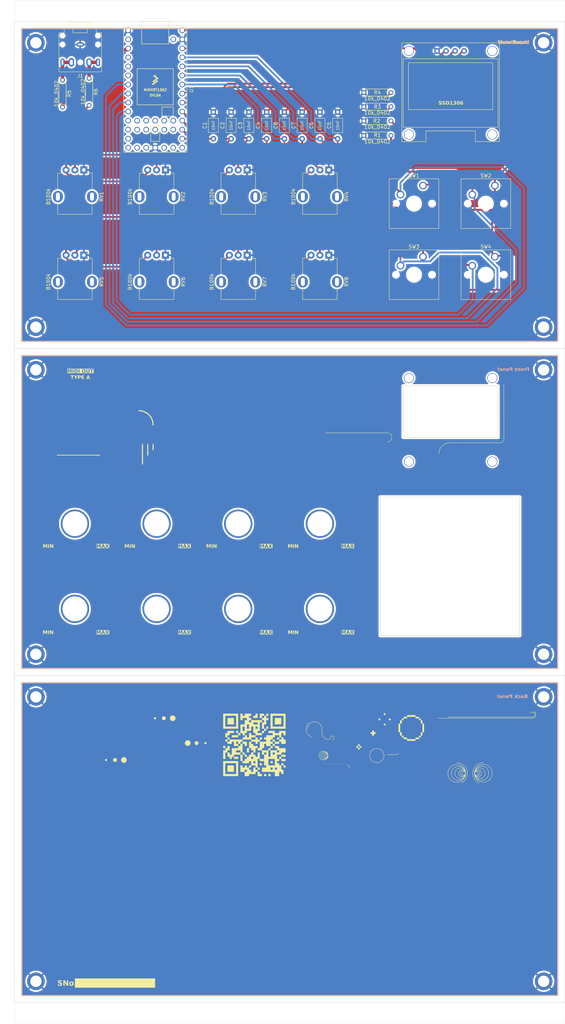
<source format=kicad_pcb>
(kicad_pcb (version 20241229) (generator "pcbnew") (generator_version "9.0")
  (layers (0 "F.Cu" signal) (2 "B.Cu" signal) (13 "F.Paste" user) (15 "B.Paste" user) (5 "F.SilkS" user "F.Silkscreen") (7 "B.SilkS" user "B.Silkscreen") (1 "F.Mask" user) (3 "B.Mask" user) (25 "Edge.Cuts" user))
  (net 0 "")
  (net 1 "A0")
  (net 2 "GND")
  (net 3 "A1")
  (net 4 "A2")
  (net 5 "A3")
  (net 6 "A9")
  (net 7 "A8")
  (net 8 "A7")
  (net 9 "A6")
  (net 10 "D5")
  (net 11 "D6")
  (net 12 "D7")
  (net 13 "D8")
  (net 14 "Vcc")
  (net 15 "3V3")
  (net 16 "SCL0")
  (net 17 "SDA0")
  (net 42 "Net-(J1-PadT)")
  (net 43 "Net-(J1-PadR)")
  (net 44 "TX0")
  (footprint "PCM_4ms_Resistor:R_Axial_DIN0207_L6.3mm_D2.5mm_P7.62mm_Horizontal" (layer "F.Cu") (at 122.17 44 180)
    (property "Reference" "R3")
    (property "Value" "10k_0402")
  )
  (footprint "SimpleSynthPanel:Panel Knob 2P" (layer "F.Cu") (at 82.98 161.2842)
    (property "Reference" "REF**" (hide yes))
    (property "Value" "Panel Knob 2P")
  )
  (footprint "SimpleSynthPanel:Panel Knob 2P" (layer "F.Cu") (at 105.9827 161.2842)
    (property "Reference" "REF**" (hide yes))
    (property "Value" "Panel Knob 2P")
  )
  (footprint "PCM_4ms_Resistor:R_Axial_DIN0207_L6.3mm_D2.5mm_P7.62mm_Horizontal" (layer "F.Cu") (at 33.48 40.31 90)
    (property "Reference" "R5")
    (property "Value" "10k_0402")
  )
  (footprint "" (layer "F.Cu") (at 169 210 180)
    (property "Reference" "")
    (property "Value" "")
  )
  (footprint "DIYSynthMNL:Potentiometer_RV09_BigPads" (layer "F.Cu") (at 62.4827 85.7442 -90)
    (property "Reference" "RV6")
    (property "Value" "B100k")
  )
  (footprint "MC8P_BITMAP_FOOTPRINTS:MC8P_PXLART_SPACE_FMASK_45X40" (layer "F.Cu") (at 122.032208 229.066116)
    (property "Reference" "G***" (hide yes))
    (property "Value" "LOGO" (hide yes))
  )
  (footprint "SimpleSynthPanel:Panel Knob 2P" (layer "F.Cu") (at 82.9827 185.2442)
    (property "Reference" "REF**" (hide yes))
    (property "Value" "Panel Knob 2P")
  )
  (footprint "DIYSynthMNL:Potentiometer_RV09_BigPads" (layer "F.Cu") (at 85.4827 61.7842 -90)
    (property "Reference" "RV3")
    (property "Value" "B100k")
  )
  (footprint "DIYSynthMNL:MountingHole_M3_Standoff" (layer "F.Cu") (at 168.98 106)
    (property "Reference" "REF**")
    (property "Value" "MountingHole_M3_Standoff" (hide yes))
  )
  (footprint "DIYSynthMNL:Potentiometer_RV09_BigPads" (layer "F.Cu") (at 85.4827 85.7442 -90)
    (property "Reference" "RV7")
    (property "Value" "B100k")
  )
  (footprint "Capacitor_THT:C_Axial_L3.8mm_D2.6mm_P7.50mm_Horizontal" (layer "F.Cu") (at 80.98 53 90)
    (property "Reference" "C2")
    (property "Value" "C_Generic")
  )
  (footprint "" (layer "F.Cu") (at 169 290 180)
    (property "Reference" "")
    (property "Value" "")
  )
  (footprint "" (layer "F.Cu") (at 26 210 180)
    (property "Reference" "")
    (property "Value" "")
  )
  (footprint "AXS_LOGO_KICAD:AXS_LOGO_FMASK_20X20" (layer "F.Cu") (at 78.5 136.5)
    (property "Reference" "G***" (hide yes))
    (property "Value" "LOGO" (hide yes))
  )
  (footprint "Capacitor_THT:C_Axial_L3.8mm_D2.6mm_P7.50mm_Horizontal" (layer "F.Cu") (at 110.98 53 90)
    (property "Reference" "C5")
    (property "Value" "C_Generic")
  )
  (footprint "DIYSynthMNL:Potentiometer_RV09_BigPads" (layer "F.Cu") (at 108.4827 85.7442 -90)
    (property "Reference" "RV8")
    (property "Value" "B100k")
  )
  (footprint "PCM_4ms_Resistor:R_Axial_DIN0207_L6.3mm_D2.5mm_P7.62mm_Horizontal" (layer "F.Cu") (at 122.17 48 180)
    (property "Reference" "R2")
    (property "Value" "10k_0402")
  )
  (footprint "DIYSynthMNL:Potentiometer_RV09_BigPads" (layer "F.Cu") (at 39.4827 85.7442 -90)
    (property "Reference" "RV5")
    (property "Value" "B100k")
  )
  (footprint "MC8P_BITMAP_FOOTPRINTS:MC8P_PXLART_SPACE_FMASK_45X40" (layer "F.Cu") (at 122.032208 229.066116)
    (property "Reference" "G***" (hide yes))
    (property "Value" "LOGO" (hide yes))
  )
  (footprint "DIYSynthMNL:Potentiometer_RV09_BigPads" (layer "F.Cu") (at 39.4827 61.7842 -90)
    (property "Reference" "RV1")
    (property "Value" "B100k")
  )
  (footprint "PCM_4ms_Resistor:R_Axial_DIN0207_L6.3mm_D2.5mm_P7.62mm_Horizontal" (layer "F.Cu") (at 40.98 39.81 90)
    (property "Reference" "R6")
    (property "Value" "10k_0402")
  )
  (footprint "MC8P_BITMAP_FOOTPRINTS:MC8P_MANUAL_QR_SLKSCR_20X20" (layer "F.Cu") (at 87.52 223.5)
    (property "Reference" "G***" (hide yes))
    (property "Value" "LOGO" (hide yes))
  )
  (footprint "Capacitor_THT:C_Axial_L3.8mm_D2.6mm_P7.50mm_Horizontal" (layer "F.Cu") (at 95.98 53 90)
    (property "Reference" "C8")
    (property "Value" "C_Generic")
  )
  (footprint "Capacitor_THT:C_Axial_L3.8mm_D2.6mm_P7.50mm_Horizontal" (layer "F.Cu") (at 90.98 53 90)
    (property "Reference" "C4")
    (property "Value" "C_Generic")
  )
  (footprint "" (layer "F.Cu") (at 168.98 198)
    (property "Reference" "")
    (property "Value" "")
  )
  (footprint "MC8P_BITMAP_FOOTPRINTS:MC8P_PXLART_SPACE_FMASK_45X40" (layer "F.Cu") (at 112.52 224.75)
    (property "Reference" "G***" (hide yes))
    (property "Value" "LOGO" (hide yes))
  )
  (footprint "teensy:Teensy40" (layer "F.Cu") (at 59.6 39.01 -90)
    (property "Reference" "U1")
    (property "Value" "Teensy4.0")
  )
  (footprint "DIYSynthMNL:MountingHole_M3_Standoff" (layer "F.Cu") (at 168.98 26)
    (property "Reference" "REF**")
    (property "Value" "MountingHole_M3_Standoff" (hide yes))
  )
  (footprint "SimpleSynthPanel:Panel Knob 2P" (layer "F.Cu") (at 59.9827 185.2442)
    (property "Reference" "REF**" (hide yes))
    (property "Value" "Panel Knob 2P")
  )
  (footprint "Button_Switch_Keyboard:SW_Cherry_MX_1.00u_PCB" (layer "F.Cu") (at 155.25 86.17)
    (property "Reference" "SW4")
    (property "Value" "NEXT")
  )
  (footprint "AXS_LOGO_KICAD:AXS_LOGO_FMASK_43X43" (layer "F.Cu") (at 97.5 262)
    (property "Reference" "G***" (hide yes))
    (property "Value" "LOGO" (hide yes))
  )
  (footprint "" (layer "F.Cu") (at 26 290 180)
    (property "Reference" "")
    (property "Value" "")
  )
  (footprint "Capacitor_THT:C_Axial_L3.8mm_D2.6mm_P7.50mm_Horizontal" (layer "F.Cu") (at 105.98 53 90)
    (property "Reference" "C6")
    (property "Value" "C_Generic")
  )
  (footprint "" (layer "F.Cu") (at 25.98 198)
    (property "Reference" "")
    (property "Value" "")
  )
  (footprint "audioConnectors_Edit:Jack_3.5mm_CUI_SJ1-3525N_Horizontal_edit" (layer "F.Cu") (at 38.48 26.5 180)
    (property "Reference" "J1")
    (property "Value" "MIDI OUT")
  )
  (footprint "Capacitor_THT:C_Axial_L3.8mm_D2.6mm_P7.50mm_Horizontal" (layer "F.Cu") (at 85.98 53 90)
    (property "Reference" "C3")
    (property "Value" "C_Generic")
  )
  (footprint "SimpleSynthPanel:Panel Knob 2P" (layer "F.Cu") (at 59.98 161.2842)
    (property "Reference" "REF**" (hide yes))
    (property "Value" "Panel Knob 2P")
  )
  (footprint "" (layer "F.Cu") (at 25.98 106)
    (property "Reference" "")
    (property "Value" "")
  )
  (footprint "Button_Switch_Keyboard:SW_Cherry_MX_1.00u_PCB" (layer "F.Cu") (at 135.02 86.17)
    (property "Reference" "SW3")
    (property "Value" "PREV")
  )
  (footprint "" (layer "F.Cu") (at 168.98 118)
    (property "Reference" "")
    (property "Value" "")
  )
  (footprint "Button_Switch_Keyboard:SW_Cherry_MX_1.00u_PCB" (layer "F.Cu") (at 155.25 66.17)
    (property "Reference" "SW2")
    (property "Value" "ENTER")
  )
  (footprint "SimpleSynthPanel:Panel Knob 2P" (layer "F.Cu") (at 36.9827 185.2442)
    (property "Reference" "REF**" (hide yes))
    (property "Value" "Panel Knob 2P")
  )
  (footprint "DIYSynthMNL:Potentiometer_RV09_BigPads" (layer "F.Cu") (at 62.4827 61.7842 -90)
    (property "Reference" "RV2")
    (property "Value" "B100k")
  )
  (footprint "SimpleSynthPanel:Panel Knob 2P" (layer "F.Cu") (at 36.9827 161.2842)
    (property "Reference" "REF**" (hide yes))
    (property "Value" "Panel Knob 2P")
  )
  (footprint "SimpleSynthPanel:Panel Knob 2P" (layer "F.Cu") (at 105.9827 185.2442)
    (property "Reference" "REF**" (hide yes))
    (property "Value" "Panel Knob 2P")
  )
  (footprint "PCM_4ms_Resistor:R_Axial_DIN0207_L6.3mm_D2.5mm_P7.62mm_Horizontal" (layer "F.Cu") (at 122.17 52.1 180)
    (property "Reference" "R1")
    (property "Value" "10k_0402")
  )
  (footprint "Capacitor_THT:C_Axial_L3.8mm_D2.6mm_P7.50mm_Horizontal" (layer "F.Cu") (at 100.98 53 90)
    (property "Reference" "C7")
    (property "Value" "C_Generic")
  )
  (footprint "PCM_4ms_Resistor:R_Axial_DIN0207_L6.3mm_D2.5mm_P7.62mm_Horizontal" (layer "F.Cu") (at 122.17 40 180)
    (property "Reference" "R4")
    (property "Value" "10k_0402")
  )
  (footprint "DIYSynthMNL:Potentiometer_RV09_BigPads" (layer "F.Cu") (at 108.4827 61.7842 -90)
    (property "Reference" "RV4")
    (property "Value" "B100k")
  )
  (footprint "" (layer "F.Cu") (at 25.98 118)
    (property "Reference" "")
    (property "Value" "")
  )
  (footprint "Capacitor_THT:C_Axial_L3.8mm_D2.6mm_P7.50mm_Horizontal" (layer "F.Cu") (at 75.98 53 90)
    (property "Reference" "C1")
    (property "Value" "C_Generic")
  )
  (footprint "DIYSynthMNL:MountingHole_M3_Standoff" (layer "F.Cu") (at 25.98 26)
    (property "Reference" "REF**")
    (property "Value" "MountingHole_M3_Standoff")
  )
  (footprint "Button_Switch_Keyboard:SW_Cherry_MX_1.00u_PCB" (layer "F.Cu") (at 135.02 66.17)
    (property "Reference" "SW1")
    (property "Value" "ASSIGN")
  )
  (footprint "SSD1306_footprint:SSD1306_OLED_Module" (layer "B.Cu") (at 156.54 53.805 180)
    (property "Reference" "SSD1306")
    (property "Value" "~")
  )
  (footprint "SSD1306_footprint:SSD1306_OLED_Module" (layer "B.Cu") (at 156.54 145.805 180)
    (property "Reference" "SSD1306" (hide yes))
    (property "Value" "~" (hide yes))
  )
  (gr_line (start 106.52 219) (end 106.52 220) (stroke (width 0.1)) (layer "F.SilkS"))
  (gr_line (start 107.27 228.75) (end 113.02 228.75) (stroke (width 0.1) (type dot)) (layer "F.SilkS"))
  (gr_line (start 139.27 216) (end 165.806285 216) (stroke (width 0.1)) (layer "F.SilkS"))
  (gr_circle (center 59.52 216) (end 59.77 216) (stroke (width 0.1)) (fill yes) (layer "F.SilkS"))
  (gr_line (start 157.775373 121.9251) (end 157.804897 137.4251) (stroke (width 0.1)) (layer "F.SilkS"))
  (gr_circle (center 145.02 231.5) (end 145.02 233.5) (stroke (width 0.1)) (fill no) (layer "F.SilkS"))
  (gr_line (start 125 135.749999) (end 107.5 135.75) (stroke (width 0.1)) (layer "F.SilkS"))
  (gr_arc (start 109.01 221.5) (mid 109.880624 221.139376) (end 109.52 222.01) (stroke (width 0.1)) (layer "F.SilkS"))
  (gr_circle (center 150.52 231.5) (end 150.52 230.5) (stroke (width 0.1)) (fill no) (layer "F.SilkS"))
  (gr_arc (start 114.52 229.75) (mid 113.98967 229.53033) (end 113.77 229) (stroke (width 0.1)) (layer "F.SilkS"))
  (gr_circle (center 108.02 226.5) (end 108.27 226.5) (stroke (width 0.1)) (fill no) (layer "F.SilkS"))
  (gr_arc (start 157.804897 137.425104) (mid 157.490066 138.185168) (end 156.730001 138.5) (stroke (width 0.1)) (layer "F.SilkS"))
  (gr_circle (center 144.52 231.5) (end 144.52 234) (stroke (width 0.1)) (fill no) (layer "F.SilkS"))
  (gr_arc (start 102.52 219) (mid 104.52 217) (end 106.52 219) (stroke (width 0.1)) (layer "F.SilkS"))
  (gr_circle (center 146.52 231.5) (end 146.52 232) (stroke (width 0.1)) (fill no) (layer "F.SilkS"))
  (gr_circle (center 48.27 227.75) (end 48.77 227.75) (stroke (width 0.1)) (fill yes) (layer "F.SilkS"))
  (gr_circle (center 73.75 223) (end 73.5 223) (stroke (width 0.1)) (fill yes) (layer "F.SilkS"))
  (gr_circle (center 151.52 231.5) (end 151.52 229.5) (stroke (width 0.1)) (fill no) (layer "F.SilkS"))
  (gr_circle (center 68.75 223) (end 68 223) (stroke (width 0.1)) (fill yes) (layer "F.SilkS"))
  (gr_rect (start 21.98 22) (end 172.98 110) (stroke (width 0.3)) (fill no) (layer "F.SilkS"))
  (gr_arc (start 125 135.749999) (mid 126.250001 137) (end 125 138.250001) (stroke (width 0.1)) (layer "F.SilkS"))
  (gr_circle (center 122.02 226.5) (end 124.02 226.5) (stroke (width 0.1)) (fill no) (layer "F.SilkS"))
  (gr_rect (start 37.02 289.25) (end 59.52 291.75) (stroke (width 0.1)) (fill yes) (layer "F.SilkS"))
  (gr_line (start 142.02 215.692718) (end 165.806285 215.692718) (stroke (width 0.1)) (layer "F.SilkS"))
  (gr_arc (start 144.52 228.5) (mid 147.452004 230.864901) (end 145.761409 234.231099) (stroke (width 0.1)) (layer "F.SilkS"))
  (gr_arc (start 108.51 222) (mid 107.10492 221.417997) (end 106.522917 220.012917) (stroke (width 0.1)) (layer "F.SilkS"))
  (gr_circle (center 71.25 223) (end 70.75 223) (stroke (width 0.1)) (fill yes) (layer "F.SilkS"))
  (gr_circle (center 151.02 231.5) (end 151.02 230) (stroke (width 0.1)) (fill no) (layer "F.SilkS"))
  (gr_line (start 142.539299 138.526813) (end 156.73 138.5) (stroke (width 0.1)) (layer "F.SilkS"))
  (gr_circle (center 107.77 226.5) (end 108.27 226.5) (stroke (width 0.1)) (fill no) (layer "F.SilkS"))
  (gr_arc (start 55 129.5) (mid 57.828427 130.671573) (end 59 133.5) (stroke (width 0.3)) (layer "F.SilkS"))
  (gr_circle (center 150.27 231.5) (end 150.27 230.75) (stroke (width 0.1)) (fill no) (layer "F.SilkS"))
  (gr_arc (start 150.77 234.231099) (mid 149.079405 230.864901) (end 152.011409 228.5) (stroke (width 0.1)) (layer "F.SilkS"))
  (gr_circle (center 150.02 231.5) (end 150.02 231) (stroke (width 0.1)) (fill no) (layer "F.SilkS"))
  (gr_arc (start 165.27 214.518003) (mid 166.451954 214.688184) (end 165.806285 215.692718) (stroke (width 0.1)) (layer "F.SilkS"))
  (gr_rect (start 21.98 114) (end 172.98 202) (stroke (width 0.3)) (fill no) (layer "F.SilkS"))
  (gr_circle (center 146.02 231.5) (end 146.02 232.5) (stroke (width 0.1)) (fill no) (layer "F.SilkS"))
  (gr_circle (center 64.52 216) (end 65.27 216) (stroke (width 0.1)) (fill yes) (layer "F.SilkS"))
  (gr_line (start 44 142) (end 32 142) (stroke (width 0.2)) (layer "F.SilkS"))
  (gr_circle (center 50.77 227.75) (end 51.52 227.75) (stroke (width 0.1)) (fill yes) (layer "F.SilkS"))
  (gr_arc (start 166.320781 214.142507) (mid 166.77 215.266934) (end 165.806285 216) (stroke (width 0.1)) (layer "F.SilkS"))
  (gr_circle (center 107.52 226.5) (end 108.27 226.5) (stroke (width 0.1)) (fill no) (layer "F.SilkS"))
  (gr_circle (center 62.02 216) (end 62.52 216) (stroke (width 0.1)) (fill yes) (layer "F.SilkS"))
  (gr_arc (start 109.01 221.5) (mid 108.863553 221.853553) (end 108.51 222) (stroke (width 0.1)) (layer "F.SilkS"))
  (gr_circle (center 145.52 231.5) (end 145.52 233) (stroke (width 0.1)) (fill no) (layer "F.SilkS"))
  (gr_circle (center 107.27 226.5) (end 108.27 226.5) (stroke (width 0.1)) (fill no) (layer "F.SilkS"))
  (gr_circle (center 146.27 231.5) (end 146.27 232.25) (stroke (width 0.1)) (fill no) (layer "F.SilkS"))
  (gr_line (start 125.02 226.25) (end 127.52 226.25) (stroke (width 0.1)) (layer "F.SilkS"))
  (gr_line (start 59 139) (end 59 140.5) (stroke (width 0.3)) (layer "F.SilkS"))
  (gr_arc (start 128.144038 225.916025) (mid 127.873894 226.161256) (end 127.52 226.25) (stroke (width 0.1)) (layer "F.SilkS"))
  (gr_circle (center 45.77 227.75) (end 46.02 227.75) (stroke (width 0.1)) (fill yes) (layer "F.SilkS"))
  (gr_rect (start 22 206) (end 173 294) (stroke (width 0.3)) (fill no) (layer "F.SilkS"))
  (gr_arc (start 103.600855 221.297863) (mid 102.095668 219.497613) (end 102.77 217.25) (stroke (width 0.1)) (layer "F.SilkS"))
  (gr_circle (center 152.02 231.5) (end 152.02 229) (stroke (width 0.1)) (fill no) (layer "F.SilkS"))
  (gr_circle (center 107.02 226.5) (end 108.27 226.5) (stroke (width 0.1)) (fill no) (layer "F.SilkS"))
  (gr_arc (start 139.491213 141.574899) (mid 140.383977 139.419577) (end 142.539299 138.526813) (stroke (width 0.1)) (layer "F.SilkS"))
  (gr_line (start 56 139) (end 56 144.5) (stroke (width 0.3)) (layer "F.SilkS"))
  (gr_line (start 57.5 139) (end 57.5 142) (stroke (width 0.3)) (layer "F.SilkS"))
  (gr_rect (start 22 206) (end 173 294) (stroke (width 0.3)) (fill no) (layer "B.SilkS"))
  (gr_rect (start 21.98 114) (end 172.98 202) (stroke (width 0.3)) (fill no) (layer "B.SilkS"))
  (gr_rect (start 21.98 22) (end 172.98 110) (stroke (width 0.3)) (fill no) (layer "B.SilkS"))
  (gr_rect (start 20 112) (end 174.98 204) (stroke (width 0.1)) (fill no) (layer "Edge.Cuts"))
  (gr_rect (start 20 14) (end 175 20) (stroke (width 0.05)) (fill no) (layer "Edge.Cuts"))
  (gr_rect (start 20 296) (end 175 302) (stroke (width 0.05)) (fill no) (layer "Edge.Cuts"))
  (gr_rect (start 20 20) (end 174.98 112) (stroke (width 0.1)) (fill no) (layer "Edge.Cuts"))
  (gr_rect (start 129.44 122.505) (end 156.14 137) (stroke (width 0.1)) (fill no) (layer "Edge.Cuts"))
  (gr_rect (start 122.98 153.75) (end 162.235 192.775) (stroke (width 0.1)) (fill no) (layer "Edge.Cuts"))
  (gr_rect (start 20 204) (end 174.98 296) (stroke (width 0.1)) (fill no) (layer "Edge.Cuts"))
  (gr_text "MAX" (at 43 168.25 0) (layer "F.SilkS" knockout) (effects (font (size 1 1) (thickness 0.2) (bold yes) (italic yes)) (justify left bottom)))
  (gr_text "MIN\n" (at 77 168.25 0) (layer "F.SilkS") (effects (font (size 1 1) (thickness 0.2) (bold yes) (italic yes)) (justify right bottom)))
  (gr_text "MAX" (at 112 192.5 0) (layer "F.SilkS" knockout) (effects (font (size 1 1) (thickness 0.2) (bold yes) (italic yes)) (justify left bottom)))
  (gr_text "MIN\n" (at 31 168.25 0) (layer "F.SilkS") (effects (font (size 1 1) (thickness 0.2) (bold yes) (italic yes)) (justify right bottom)))
  (gr_text "MIDI OUT" (at 38.48 119 0) (layer "F.SilkS" knockout) (effects (font (size 1 1) (thickness 0.2) (bold yes) (italic yes)) (justify bottom)))
  (gr_text "MAX" (at 43 192.5 0) (layer "F.SilkS" knockout) (effects (font (size 1 1) (thickness 0.2) (bold yes) (italic yes)) (justify left bottom)))
  (gr_text "MAX" (at 89 168.25 0) (layer "F.SilkS" knockout) (effects (font (size 1 1) (thickness 0.2) (bold yes) (italic yes)) (justify left bottom)))
  (gr_text "MAX" (at 112 168.25 0) (layer "F.SilkS" knockout) (effects (font (size 1 1) (thickness 0.2) (bold yes) (italic yes)) (justify left bottom)))
  (gr_text "SNo." (at 32.02 291.5 0) (layer "F.SilkS") (effects (font (size 1.5 1.5) (thickness 0.2) (bold yes)) (justify left bottom)))
  (gr_text "MIN\n" (at 100 192.5 0) (layer "F.SilkS") (effects (font (size 1 1) (thickness 0.2) (bold yes) (italic yes)) (justify right bottom)))
  (gr_text "Main Board" (at 164.98 26.5 0) (layer "F.SilkS") (effects (font (size 1 1) (thickness 0.2) (bold yes) (italic yes)) (justify right bottom)))
  (gr_text "MIN\n" (at 100 168.25 0) (layer "F.SilkS") (effects (font (size 1 1) (thickness 0.2) (bold yes) (italic yes)) (justify right bottom)))
  (gr_text "MAX" (at 66 168.25 0) (layer "F.SilkS" knockout) (effects (font (size 1 1) (thickness 0.2) (bold yes) (italic yes)) (justify left bottom)))
  (gr_text "MAX" (at 66 192.5 0) (layer "F.SilkS" knockout) (effects (font (size 1 1) (thickness 0.2) (bold yes) (italic yes)) (justify left bottom)))
  (gr_text "MIN\n" (at 54 168.25 0) (layer "F.SilkS") (effects (font (size 1 1) (thickness 0.2) (bold yes) (italic yes)) (justify right bottom)))
  (gr_text "MIN\n" (at 31 192.5 0) (layer "F.SilkS") (effects (font (size 1 1) (thickness 0.2) (bold yes) (italic yes)) (justify right bottom)))
  (gr_text "MAX" (at 89 192.5 0) (layer "F.SilkS" knockout) (effects (font (size 1 1) (thickness 0.2) (bold yes) (italic yes)) (justify left bottom)))
  (gr_text "TYPE A" (at 38.5 120.75 0) (layer "F.SilkS") (effects (font (size 1 1) (thickness 0.2) (bold yes) (italic yes)) (justify bottom)))
  (gr_text "Main Board" (at 164.98 26.5 0) (layer "B.SilkS") (effects (font (size 1 1) (thickness 0.2) (bold yes) (italic yes)) (justify left bottom mirror)))
  (gr_text "Front Panel" (at 164.98 118.5 0) (layer "B.SilkS") (effects (font (size 1 1) (thickness 0.2) (bold yes) (italic yes)) (justify left bottom mirror)))
  (gr_text "Back Panel" (at 164.5 210.5 0) (layer "B.SilkS") (effects (font (size 1 1) (thickness 0.2) (bold yes) (italic yes)) (justify left bottom mirror)))
  (segment (start 69.48 57) (end 69.48 53.5) (width 0.5) (layer "F.Cu") (net 1))
  (segment (start 36.9827 61.7842) (end 36.9827 59.7473) (width 0.5) (layer "F.Cu") (net 1))
  (segment (start 68.98 57.5) (end 69.48 57) (width 0.5) (layer "F.Cu") (net 1))
  (segment (start 75.98 53) (end 69.98 53) (width 0.5) (layer "F.Cu") (net 1))
  (segment (start 39.23 57.5) (end 68.98 57.5) (width 0.5) (layer "F.Cu") (net 1))
  (segment (start 68.96 52.98) (end 67.22 52.98) (width 0.5) (layer "F.Cu") (net 1))
  (segment (start 36.9827 59.7473) (end 39.23 57.5) (width 0.5) (layer "F.Cu") (net 1))
  (segment (start 69.98 53) (end 69.48 53.5) (width 0.5) (layer "F.Cu") (net 1))
  (segment (start 69.48 53.5) (end 68.96 52.98) (width 0.5) (layer "F.Cu") (net 1))
  (segment (start 77.48 51.25) (end 68.03 51.25) (width 0.5) (layer "F.Cu") (net 3))
  (segment (start 80.98 53) (end 79.23 53) (width 0.5) (layer "F.Cu") (net 3))
  (segment (start 70.98 54.75) (end 79.23 54.75) (width 0.5) (layer "F.Cu") (net 3))
  (segment (start 59.9827 61.7842) (end 59.9827 59.9973) (width 0.5) (layer "F.Cu") (net 3))
  (segment (start 79.23 54.75) (end 80.98 53) (width 0.5) (layer "F.Cu") (net 3))
  (segment (start 79.23 53) (end 77.48 51.25) (width 0.5) (layer "F.Cu") (net 3))
  (segment (start 59.9827 59.9973) (end 61.48 58.5) (width 0.5) (layer "F.Cu") (net 3))
  (segment (start 70.48 55.25) (end 70.98 54.75) (width 0.5) (layer "F.Cu") (net 3))
  (segment (start 70.48 57.25) (end 70.48 55.25) (width 0.5) (layer "F.Cu") (net 3))
  (segment (start 69.23 58.5) (end 70.48 57.25) (width 0.5) (layer "F.Cu") (net 3))
  (segment (start 61.48 58.5) (end 69.23 58.5) (width 0.5) (layer "F.Cu") (net 3))
  (segment (start 68.03 51.25) (end 67.22 50.44) (width 0.5) (layer "F.Cu") (net 3))
  (segment (start 85.98 53) (end 85.73 52.75) (width 0.5) (layer "F.Cu") (net 4))
  (segment (start 82.9827 61.7842) (end 82.9827 55.9973) (width 0.5) (layer "F.Cu") (net 4))
  (segment (start 82.73 52.75) (end 79.48 49.5) (width 0.5) (layer "F.Cu") (net 4))
  (segment (start 82.9827 55.9973) (end 85.98 53) (width 0.5) (layer "F.Cu") (net 4))
  (segment (start 85.73 52.75) (end 82.73 52.75) (width 0.5) (layer "F.Cu") (net 4))
  (segment (start 68.82 49.5) (end 67.22 47.9) (width 0.5) (layer "F.Cu") (net 4))
  (segment (start 79.48 49.5) (end 68.82 49.5) (width 0.5) (layer "F.Cu") (net 4))
  (segment (start 90.98 57.5) (end 90.98 53) (width 0.5) (layer "F.Cu") (net 5))
  (segment (start 82.73 47.75) (end 69.61 47.75) (width 0.5) (layer "F.Cu") (net 5))
  (segment (start 93.48 60) (end 90.98 57.5) (width 0.5) (layer "F.Cu") (net 5))
  (segment (start 69.61 47.75) (end 67.22 45.36) (width 0.5) (layer "F.Cu") (net 5))
  (segment (start 90.98 53) (end 87.98 53) (width 0.5) (layer "F.Cu") (net 5))
  (segment (start 104.1985 60) (end 93.48 60) (width 0.5) (layer "F.Cu") (net 5))
  (segment (start 87.98 53) (end 82.73 47.75) (width 0.5) (layer "F.Cu") (net 5))
  (segment (start 105.9827 61.7842) (end 104.1985 60) (width 0.5) (layer "F.Cu") (net 5))
  (segment (start 105.9827 85.7442) (end 105.9827 82.5027) (width 0.5) (layer "F.Cu") (net 6))
  (segment (start 105.98 82.5) (end 110.48 78) (width 0.5) (layer "F.Cu") (net 6))
  (segment (start 116.48 58.75) (end 113.73 56) (width 0.5) (layer "F.Cu") (net 6))
  (segment (start 112.23 56) (end 110.98 54.75) (width 0.5) (layer "F.Cu") (net 6))
  (segment (start 105.9827 82.5027) (end 105.98 82.5) (width 0.5) (layer "F.Cu") (net 6))
  (segment (start 110.48 78) (end 113.73 78) (width 0.5) (layer "F.Cu") (net 6))
  (segment (start 116.48 75.25) (end 116.48 58.75) (width 0.5) (layer "F.Cu") (net 6))
  (segment (start 113.73 56) (end 112.23 56) (width 0.5) (layer "F.Cu") (net 6))
  (segment (start 113.73 78) (end 116.48 75.25) (width 0.5) (layer "F.Cu") (net 6))
  (segment (start 110.98 54.75) (end 110.98 53) (width 0.5) (layer "F.Cu") (net 6))
  (segment (start 103.48 48) (end 108.23 52.75) (width 0.5) (layer "B.Cu") (net 6))
  (segment (start 110.73 52.75) (end 110.98 53) (width 0.5) (layer "B.Cu") (net 6))
  (segment (start 67.22 30.12) (end 88.35 30.12) (width 0.5) (layer "B.Cu") (net 6))
  (segment (start 108.23 52.75) (end 110.73 52.75) (width 0.5) (layer "B.Cu") (net 6))
  (segment (start 103.48 45.25) (end 103.48 48) (width 0.5) (layer "B.Cu") (net 6))
  (segment (start 88.35 30.12) (end 103.48 45.25) (width 0.5) (layer "B.Cu") (net 6))
  (segment (start 109.98 57) (end 105.98 53) (width 0.5) (layer "F.Cu") (net 7))
  (segment (start 82.9827 85.7442) (end 82.9827 82.5027) (width 0.5) (layer "F.Cu") (net 7))
  (segment (start 82.9827 82.5027) (end 82.98 82.5) (width 0.5) (layer "F.Cu") (net 7))
  (segment (start 113.105 57) (end 109.98 57) (width 0.5) (layer "F.Cu") (net 7))
  (segment (start 88.48 77) (end 113.48 77) (width 0.5) (layer "F.Cu") (net 7))
  (segment (start 115.48 75) (end 115.48 59.375) (width 0.5) (layer "F.Cu") (net 7))
  (segment (start 113.48 77) (end 115.48 75) (width 0.5) (layer "F.Cu") (net 7))
  (segment (start 82.98 82.5) (end 88.48 77) (width 0.5) (layer "F.Cu") (net 7))
  (segment (start 115.48 59.375) (end 113.105 57) (width 0.5) (layer "F.Cu") (net 7))
  (segment (start 98.48 47.75) (end 103.73 53) (width 0.5) (layer "B.Cu") (net 7))
  (segment (start 103.73 53) (end 105.98 53) (width 0.5) (layer "B.Cu") (net 7))
  (segment (start 67.22 32.66) (end 85.89 32.66) (width 0.5) (layer "B.Cu") (net 7))
  (segment (start 98.48 45.25) (end 98.48 47.75) (width 0.5) (layer "B.Cu") (net 7))
  (segment (start 85.89 32.66) (end 98.48 45.25) (width 0.5) (layer "B.Cu") (net 7))
  (segment (start 114.48 74.5) (end 112.98 76) (width 0.5) (layer "F.Cu") (net 8))
  (segment (start 112.73 58) (end 114.48 59.75) (width 0.5) (layer "F.Cu") (net 8))
  (segment (start 112.98 76) (end 66.48 76) (width 0.5) (layer "F.Cu") (net 8))
  (segment (start 59.98 82.5) (end 59.98 85.7415) (width 0.5) (layer "F.Cu") (net 8))
  (segment (start 100.98 53) (end 100.98 56) (width 0.5) (layer "F.Cu") (net 8))
  (segment (start 100.98 56) (end 102.98 58) (width 0.5) (layer "F.Cu") (net 8))
  (segment (start 114.48 59.75) (end 114.48 74.5) (width 0.5) (layer "F.Cu") (net 8))
  (segment (start 66.48 76) (end 59.98 82.5) (width 0.5) (layer "F.Cu") (net 8))
  (segment (start 59.98 85.7415) (end 59.9827 85.7442) (width 0.5) (layer "F.Cu") (net 8))
  (segment (start 102.98 58) (end 112.73 58) (width 0.5) (layer "F.Cu") (net 8))
  (segment (start 93.48 48) (end 98.48 53) (width 0.5) (layer "B.Cu") (net 8))
  (segment (start 93.48 45.25) (end 93.48 48) (width 0.5) (layer "B.Cu") (net 8))
  (segment (start 98.48 53) (end 100.98 53) (width 0.5) (layer "B.Cu") (net 8))
  (segment (start 83.43 35.2) (end 93.48 45.25) (width 0.5) (layer "B.Cu") (net 8))
  (segment (start 67.22 35.2) (end 83.43 35.2) (width 0.5) (layer "B.Cu") (net 8))
  (segment (start 37.48 79.75) (end 37.48 85.2469) (width 0.5) (layer "F.Cu") (net 9))
  (segment (start 113.48 74.25) (end 112.73 75) (width 0.5) (layer "F.Cu") (net 9))
  (segment (start 42.23 75) (end 37.48 79.75) (width 0.5) (layer "F.Cu") (net 9))
  (segment (start 95.98 57) (end 97.98 59) (width 0.5) (layer "F.Cu") (net 9))
  (segment (start 112.48 59) (end 113.48 60) (width 0.5) (layer "F.Cu") (net 9))
  (segment (start 112.73 75) (end 42.23 75) (width 0.5) (layer "F.Cu") (net 9))
  (segment (start 113.48 60) (end 113.48 74.25) (width 0.5) (layer "F.Cu") (net 9))
  (segment (start 37.48 85.2469) (end 36.9827 85.7442) (width 0.5) (layer "F.Cu") (net 9))
  (segment (start 95.98 53) (end 95.98 57) (width 0.5) (layer "F.Cu") (net 9))
  (segment (start 97.98 59) (end 112.48 59) (width 0.5) (layer "F.Cu") (net 9))
  (segment (start 81.72 37.74) (end 67.22 37.74) (width 0.5) (layer "B.Cu") (net 9))
  (segment (start 88.48 44.5) (end 81.72 37.74) (width 0.5) (layer "B.Cu") (net 9))
  (segment (start 95.98 53) (end 93.23 53) (width 0.5) (layer "B.Cu") (net 9))
  (segment (start 88.48 48.25) (end 88.48 44.5) (width 0.5) (layer "B.Cu") (net 9))
  (segment (start 93.23 53) (end 88.48 48.25) (width 0.5) (layer "B.Cu") (net 9))
  (segment (start 125.98 52.1) (end 125.98 65.48) (width 0.5) (layer "F.Cu") (net 10))
  (segment (start 125.98 65.48) (end 128.67 68.17) (width 0.5) (layer "F.Cu") (net 10))
  (segment (start 128.67 68.17) (end 128.67 68.46) (width 0.5) (layer "F.Cu") (net 10))
  (segment (start 48.99 37.74) (end 45.73 41) (width 0.5) (layer "B.Cu") (net 10))
  (segment (start 45.73 41) (end 45.73 99.75) (width 0.5) (layer "B.Cu") (net 10))
  (segment (start 45.73 99.75) (end 51.48 105.5) (width 0.5) (layer "B.Cu") (net 10))
  (segment (start 51.98 37.74) (end 48.99 37.74) (width 0.5) (layer "B.Cu") (net 10))
  (segment (start 51.48 105.5) (end 152.98 105.5) (width 0.5) (layer "B.Cu") (net 10))
  (segment (start 128.67 65.33) (end 128.67 68.46) (width 0.5) (layer "B.Cu") (net 10))
  (segment (start 152.98 105.5) (end 163.48 95) (width 0.5) (layer "B.Cu") (net 10))
  (segment (start 133 61) (end 128.67 65.33) (width 0.5) (layer "B.Cu") (net 10))
  (segment (start 157.48 61) (end 133 61) (width 0.5) (layer "B.Cu") (net 10))
  (segment (start 163.48 67) (end 157.48 61) (width 0.5) (layer "B.Cu") (net 10))
  (segment (start 163.48 95) (end 163.48 67) (width 0.5) (layer "B.Cu") (net 10))
  (segment (start 144.19 62.25) (end 148.9 66.96) (width 0.5) (layer "F.Cu") (net 11))
  (segment (start 127.23 60.25) (end 129.23 62.25) (width 0.5) (layer "F.Cu") (net 11))
  (segment (start 129.23 62.25) (end 144.19 62.25) (width 0.5) (layer "F.Cu") (net 11))
  (segment (start 127.23 49.25) (end 127.23 60.25) (width 0.5) (layer "F.Cu") (net 11))
  (segment (start 148.9 66.96) (end 148.9 68.46) (width 0.5) (layer "F.Cu") (net 11))
  (segment (start 125.98 48) (end 127.23 49.25) (width 0.5) (layer "F.Cu") (net 11))
  (segment (start 50.2 40.28) (end 46.73 43.75) (width 0.5) (layer "B.Cu") (net 11))
  (segment (start 161.23 84.23) (end 149.5 72.5) (width 0.5) (layer "B.Cu") (net 11))
  (segment (start 46.73 43.75) (end 46.73 99.5) (width 0.5) (layer "B.Cu") (net 11))
  (segment (start 150.23 104.5) (end 161.23 93.5) (width 0.5) (layer "B.Cu") (net 11))
  (segment (start 46.73 99.5) (end 51.73 104.5) (width 0.5) (layer "B.Cu") (net 11))
  (segment (start 161.23 93.5) (end 161.23 84.23) (width 0.5) (layer "B.Cu") (net 11))
  (segment (start 51.98 40.28) (end 50.2 40.28) (width 0.5) (layer "B.Cu") (net 11))
  (segment (start 149.5 72.5) (end 149.5 69.06) (width 0.5) (layer "B.Cu") (net 11))
  (segment (start 51.73 104.5) (end 150.23 104.5) (width 0.5) (layer "B.Cu") (net 11))
  (segment (start 149.5 69.06) (end 148.9 68.46) (width 0.5) (layer "B.Cu") (net 11))
  (segment (start 124.23 69) (end 128.67 73.44) (width 0.5) (layer "F.Cu") (net 12))
  (segment (start 125.98 44) (end 124.23 45.75) (width 0.5) (layer "F.Cu") (net 12))
  (segment (start 124.23 45.75) (end 124.23 69) (width 0.5) (layer "F.Cu") (net 12))
  (segment (start 128.67 73.44) (end 128.67 88.46) (width 0.5) (layer "F.Cu") (net 12))
  (segment (start 155.98 89.48) (end 151.5 85) (width 0.5) (layer "B.Cu") (net 12))
  (segment (start 129.63 87.5) (end 128.67 88.46) (width 0.5) (layer "B.Cu") (net 12))
  (segment (start 47.73 99.25) (end 51.98 103.5) (width 0.5) (layer "B.Cu") (net 12))
  (segment (start 137 87.5) (end 129.63 87.5) (width 0.5) (layer "B.Cu") (net 12))
  (segment (start 51.98 103.5) (end 147.48 103.5) (width 0.5) (layer "B.Cu") (net 12))
  (segment (start 139.5 85) (end 137 87.5) (width 0.5) (layer "B.Cu") (net 12))
  (segment (start 47.73 44.75) (end 47.73 99.25) (width 0.5) (layer "B.Cu") (net 12))
  (segment (start 128.67 88.46) (end 128.67 86.96) (width 0.5) (layer "B.Cu") (net 12))
  (segment (start 155.98 95) (end 155.98 89.48) (width 0.5) (layer "B.Cu") (net 12))
  (segment (start 151.5 85) (end 139.5 85) (width 0.5) (layer "B.Cu") (net 12))
  (segment (start 49.66 42.82) (end 47.73 44.75) (width 0.5) (layer "B.Cu") (net 12))
  (segment (start 147.48 103.5) (end 155.98 95) (width 0.5) (layer "B.Cu") (net 12))
  (segment (start 51.98 42.82) (end 49.66 42.82) (width 0.5) (layer "B.Cu") (net 12))
  (segment (start 143.98 88.5) (end 148.86 88.5) (width 0.5) (layer "F.Cu") (net 13))
  (segment (start 122.98 43) (end 122.98 89.75) (width 0.5) (layer "F.Cu") (net 13))
  (segment (start 127.73 94.5) (end 137.98 94.5) (width 0.5) (layer "F.Cu") (net 13))
  (segment (start 122.98 89.75) (end 127.73 94.5) (width 0.5) (layer "F.Cu") (net 13))
  (segment (start 137.98 94.5) (end 143.98 88.5) (width 0.5) (layer "F.Cu") (net 13))
  (segment (start 148.86 88.5) (end 148.9 88.46) (width 0.5) (layer "F.Cu") (net 13))
  (segment (start 125.98 40) (end 122.98 43) (width 0.5) (layer "F.Cu") (net 13))
  (segment (start 149 88.56) (end 148.9 88.46) (width 0.5) (layer "B.Cu") (net 13))
  (segment (start 149 98.48) (end 149 88.56) (width 0.5) (layer "B.Cu") (net 13))
  (segment (start 144.98 102.5) (end 149 98.48) (width 0.5) (layer "B.Cu") (net 13))
  (segment (start 51.98 45.36) (end 49.87 45.36) (width 0.5) (layer "B.Cu") (net 13))
  (segment (start 52.48 102.5) (end 144.98 102.5) (width 0.5) (layer "B.Cu") (net 13))
  (segment (start 49.87 45.36) (end 48.73 46.5) (width 0.5) (layer "B.Cu") (net 13))
  (segment (start 48.73 98.75) (end 52.48 102.5) (width 0.5) (layer "B.Cu") (net 13))
  (segment (start 48.73 46.5) (end 48.73 98.75) (width 0.5) (layer "B.Cu") (net 13))
  (segment (start 154.48 73) (end 155.25 72.23) (width 0.5) (layer "F.Cu") (net 14))
  (segment (start 80.4827 61.7842) (end 77.2669 65) (width 0.5) (layer "F.Cu") (net 14))
  (segment (start 99.98 89) (end 100.2269 89) (width 0.5) (layer "F.Cu") (net 14))
  (segment (start 34.4827 62.5027) (end 36.98 65) (width 0.5) (layer "F.Cu") (net 14))
  (segment (start 34.4827 85.7442) (end 34.4827 86.5027) (width 0.2) (layer "F.Cu") (net 14))
  (segment (start 80.4827 85.7442) (end 77.2269 89) (width 0.5) (layer "F.Cu") (net 14))
  (segment (start 57.4827 85.7442) (end 54.2269 89) (width 0.5) (layer "F.Cu") (net 14))
  (segment (start 100.2669 65) (end 103.4827 61.7842) (width 0.5) (layer "F.Cu") (net 14))
  (segment (start 34.4827 61.7842) (end 34.4827 62.5027) (width 0.2) (layer "F.Cu") (net 14))
  (segment (start 57.4827 61.7842) (end 57.4827 62.4973) (width 0.2) (layer "F.Cu") (net 14))
  (segment (start 156.98 95.5) (end 127.23 95.5) (width 0.5) (layer "F.Cu") (net 14))
  (segment (start 57.4827 62.4973) (end 54.98 65) (width 0.5) (layer "F.Cu") (net 14))
  (segment (start 77.2269 89) (end 76.98 89) (width 0.2) (layer "F.Cu") (net 14))
  (segment (start 54.2269 89) (end 53.98 89) (width 0.2) (layer "F.Cu") (net 14))
  (segment (start 135.02 65.92) (end 139.36 65.92) (width 0.5) (layer "F.Cu") (net 14))
  (segment (start 34.4827 67.4973) (end 34.4827 85.7442) (width 0.5) (layer "F.Cu") (net 14))
  (segment (start 155.25 85.92) (end 159.65 85.92) (width 0.5) (layer "F.Cu") (net 14))
  (segment (start 154.23 73) (end 154.48 73.25) (width 0.5) (layer "F.Cu") (net 14))
  (segment (start 67.22 22.5) (end 159.98 22.5) (width 0.5) (layer "F.Cu") (net 14))
  (segment (start 135.02 84.42) (end 146.44 73) (width 0.5) (layer "F.Cu") (net 14))
  (segment (start 139.36 65.92) (end 146.44 73) (width 0.5) (layer "F.Cu") (net 14))
  (segment (start 146.44 73) (end 154.48 73) (width 0.5) (layer "F.Cu") (net 14))
  (segment (start 155.25 72.23) (end 155.25 64.42) (width 0.5) (layer "F.Cu") (net 14))
  (segment (start 34.4827 86.5027) (end 36.98 89) (width 0.5) (layer "F.Cu") (net 14))
  (segment (start 36.98 89) (end 53.98 89) (width 0.5) (layer "F.Cu") (net 14))
  (segment (start 100.2269 89) (end 103.4827 85.7442) (width 0.5) (layer "F.Cu") (net 14))
  (segment (start 76.98 65) (end 100.2669 65) (width 0.5) (layer "F.Cu") (net 14))
  (segment (start 162.48 57.19) (end 155.25 64.42) (width 0.5) (layer "F.Cu") (net 14))
  (segment (start 36.98 65) (end 54.98 65) (width 0.5) (layer "F.Cu") (net 14))
  (segment (start 34.4827 50.1173) (end 40.98 43.62) (width 0.5) (layer "F.Cu") (net 14))
  (segment (start 160.23 92.25) (end 156.98 95.5) (width 0.5) (layer "F.Cu") (net 14))
  (segment (start 160.23 86.5) (end 160.23 92.25) (width 0.5) (layer "F.Cu") (net 14))
  (segment (start 34.4827 61.7842) (end 34.4827 50.1173) (width 0.5) (layer "F.Cu") (net 14))
  (segment (start 154.48 73) (end 154.48 73.25) (width 0.5) (layer "F.Cu") (net 14))
  (segment (start 159.65 85.92) (end 160.23 86.5) (width 0.5) (layer "F.Cu") (net 14))
  (segment (start 154.48 73.25) (end 154.48 85.15) (width 0.5) (layer "F.Cu") (net 14))
  (segment (start 146.44 73) (end 154.23 73) (width 0.5) (layer "F.Cu") (net 14))
  (segment (start 53.98 89) (end 76.98 89) (width 0.5) (layer "F.Cu") (net 14))
  (segment (start 135.02 85.92) (end 135.02 84.42) (width 0.5) (layer "F.Cu") (net 14))
  (segment (start 154.48 85.15) (end 155.25 85.92) (width 0.5) (layer "F.Cu") (net 14))
  (segment (start 36.98 65) (end 34.4827 67.4973) (width 0.5) (layer "F.Cu") (net 14))
  (segment (start 76.98 89) (end 99.98 89) (width 0.5) (layer "F.Cu") (net 14))
  (segment (start 162.48 25) (end 162.48 57.19) (width 0.5) (layer "F.Cu") (net 14))
  (segment (start 127.23 95.5) (end 120.73 89) (width 0.5) (layer "F.Cu") (net 14))
  (segment (start 159.98 22.5) (end 162.48 25) (width 0.5) (layer "F.Cu") (net 14))
  (segment (start 120.73 89) (end 99.98 89) (width 0.5) (layer "F.Cu") (net 14))
  (segment (start 77.2669 65) (end 76.98 65) (width 0.2) (layer "F.Cu") (net 14))
  (segment (start 54.98 65) (end 76.98 65) (width 0.5) (layer "F.Cu") (net 14))
  (segment (start 134.98 30) (end 139.48 30) (width 0.5) (layer "F.Cu") (net 15))
  (segment (start 67.22 27.58) (end 132.56 27.58) (width 0.5) (layer "F.Cu") (net 15))
  (segment (start 132.56 27.58) (end 134.98 30) (width 0.5) (layer "F.Cu") (net 15))
  (segment (start 139.48 30) (end 141.48 28) (width 0.5) (layer "F.Cu") (net 15))
  (segment (start 79.98 37.5) (end 77.48 40) (width 0.5) (layer "F.Cu") (net 16))
  (segment (start 134.52 37.5) (end 79.98 37.5) (width 0.5) (layer "F.Cu") (net 16))
  (segment (start 144.02 28) (end 134.52 37.5) (width 0.5) (layer "F.Cu") (net 16))
  (segment (start 67.5 40) (end 67.22 40.28) (width 0.5) (layer "F.Cu") (net 16))
  (segment (start 77.48 40) (end 67.5 40) (width 0.5) (layer "F.Cu") (net 16))
  (segment (start 75.91 42.82) (end 80.23 38.5) (width 0.5) (layer "F.Cu") (net 17))
  (segment (start 136.06 38.5) (end 146.56 28) (width 0.5) (layer "F.Cu") (net 17))
  (segment (start 80.23 38.5) (end 136.06 38.5) (width 0.5) (layer "F.Cu") (net 17))
  (segment (start 67.22 42.82) (end 75.91 42.82) (width 0.5) (layer "F.Cu") (net 17))
  (segment (start 33.48 36.5) (end 33.48 31.5) (width 1) (layer "F.Cu") (net 42))
  (segment (start 35.98 31.5) (end 33.48 31.5) (width 1) (layer "F.Cu") (net 42))
  (segment (start 40.98 31.5) (end 43.48 31.5) (width 1) (layer "F.Cu") (net 43))
  (segment (start 40.98 36) (end 40.98 31.5) (width 1) (layer "F.Cu") (net 43))
  (segment (start 33.48 44.12) (end 33.48 43.5) (width 1) (layer "F.Cu") (net 44))
  (segment (start 33.48 43.5) (end 36.98 40) (width 1) (layer "F.Cu") (net 44))
  (segment (start 40.98 40) (end 45.98 35) (width 1) (layer "F.Cu") (net 44))
  (segment (start 45.98 29.5) (end 47.48 28) (width 1) (layer "F.Cu") (net 44))
  (segment (start 51.56 28) (end 51.98 27.58) (width 1) (layer "F.Cu") (net 44))
  (segment (start 47.48 28) (end 51.56 28) (width 1) (layer "F.Cu") (net 44))
  (segment (start 45.98 35) (end 45.98 29.5) (width 1) (layer "F.Cu") (net 44))
  (segment (start 36.98 40) (end 40.98 40) (width 1) (layer "F.Cu") (net 44))
  (zone (net 2) (net_name "GND") (layers "F.Cu" "B.Cu") (connect_pads (clearance 0.5)) (min_thickness 0.25) (fill yes (thermal_gap 0.5) (thermal_bridge_width 0.5))
    (polygon (pts (xy 21.98 114) (xy 21.98 202) (xy 172.98 202) (xy 172.98 114)))
  )
  (zone (net 2) (net_name "GND") (layers "F.Cu" "B.Cu") (connect_pads (clearance 0.5)) (min_thickness 0.25) (fill yes (thermal_gap 0.5) (thermal_bridge_width 0.5))
    (polygon (pts (xy 21.98 22) (xy 21.98 110) (xy 172.98 110) (xy 172.98 22)))
  )
  (zone (net 2) (net_name "GND") (layers "F.Cu" "B.Cu") (connect_pads (clearance 0.5)) (min_thickness 0.25) (fill yes (thermal_gap 0.5) (thermal_bridge_width 0.5))
    (polygon (pts (xy 22 206) (xy 22 294) (xy 173 294) (xy 173 206)))
  )
)
</source>
